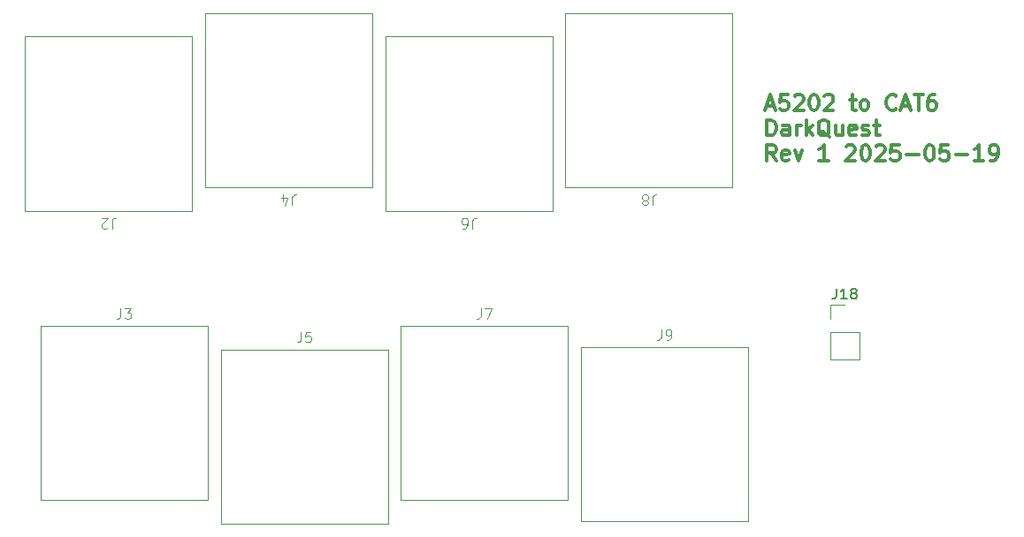
<source format=gbr>
%TF.GenerationSoftware,KiCad,Pcbnew,9.0.2*%
%TF.CreationDate,2025-06-11T08:11:14-04:00*%
%TF.ProjectId,DarkQuest_A5202_Adapter,4461726b-5175-4657-9374-5f4135323032,1*%
%TF.SameCoordinates,Original*%
%TF.FileFunction,Legend,Top*%
%TF.FilePolarity,Positive*%
%FSLAX46Y46*%
G04 Gerber Fmt 4.6, Leading zero omitted, Abs format (unit mm)*
G04 Created by KiCad (PCBNEW 9.0.2) date 2025-06-11 08:11:14*
%MOMM*%
%LPD*%
G01*
G04 APERTURE LIST*
%ADD10C,0.300000*%
%ADD11C,0.100000*%
%ADD12C,0.150000*%
%ADD13C,0.120000*%
G04 APERTURE END LIST*
D10*
X132233082Y-68542425D02*
X132947368Y-68542425D01*
X132090225Y-68970996D02*
X132590225Y-67470996D01*
X132590225Y-67470996D02*
X133090225Y-68970996D01*
X134304510Y-67470996D02*
X133590224Y-67470996D01*
X133590224Y-67470996D02*
X133518796Y-68185282D01*
X133518796Y-68185282D02*
X133590224Y-68113853D01*
X133590224Y-68113853D02*
X133733082Y-68042425D01*
X133733082Y-68042425D02*
X134090224Y-68042425D01*
X134090224Y-68042425D02*
X134233082Y-68113853D01*
X134233082Y-68113853D02*
X134304510Y-68185282D01*
X134304510Y-68185282D02*
X134375939Y-68328139D01*
X134375939Y-68328139D02*
X134375939Y-68685282D01*
X134375939Y-68685282D02*
X134304510Y-68828139D01*
X134304510Y-68828139D02*
X134233082Y-68899568D01*
X134233082Y-68899568D02*
X134090224Y-68970996D01*
X134090224Y-68970996D02*
X133733082Y-68970996D01*
X133733082Y-68970996D02*
X133590224Y-68899568D01*
X133590224Y-68899568D02*
X133518796Y-68828139D01*
X134947367Y-67613853D02*
X135018795Y-67542425D01*
X135018795Y-67542425D02*
X135161653Y-67470996D01*
X135161653Y-67470996D02*
X135518795Y-67470996D01*
X135518795Y-67470996D02*
X135661653Y-67542425D01*
X135661653Y-67542425D02*
X135733081Y-67613853D01*
X135733081Y-67613853D02*
X135804510Y-67756710D01*
X135804510Y-67756710D02*
X135804510Y-67899568D01*
X135804510Y-67899568D02*
X135733081Y-68113853D01*
X135733081Y-68113853D02*
X134875938Y-68970996D01*
X134875938Y-68970996D02*
X135804510Y-68970996D01*
X136733081Y-67470996D02*
X136875938Y-67470996D01*
X136875938Y-67470996D02*
X137018795Y-67542425D01*
X137018795Y-67542425D02*
X137090224Y-67613853D01*
X137090224Y-67613853D02*
X137161652Y-67756710D01*
X137161652Y-67756710D02*
X137233081Y-68042425D01*
X137233081Y-68042425D02*
X137233081Y-68399568D01*
X137233081Y-68399568D02*
X137161652Y-68685282D01*
X137161652Y-68685282D02*
X137090224Y-68828139D01*
X137090224Y-68828139D02*
X137018795Y-68899568D01*
X137018795Y-68899568D02*
X136875938Y-68970996D01*
X136875938Y-68970996D02*
X136733081Y-68970996D01*
X136733081Y-68970996D02*
X136590224Y-68899568D01*
X136590224Y-68899568D02*
X136518795Y-68828139D01*
X136518795Y-68828139D02*
X136447366Y-68685282D01*
X136447366Y-68685282D02*
X136375938Y-68399568D01*
X136375938Y-68399568D02*
X136375938Y-68042425D01*
X136375938Y-68042425D02*
X136447366Y-67756710D01*
X136447366Y-67756710D02*
X136518795Y-67613853D01*
X136518795Y-67613853D02*
X136590224Y-67542425D01*
X136590224Y-67542425D02*
X136733081Y-67470996D01*
X137804509Y-67613853D02*
X137875937Y-67542425D01*
X137875937Y-67542425D02*
X138018795Y-67470996D01*
X138018795Y-67470996D02*
X138375937Y-67470996D01*
X138375937Y-67470996D02*
X138518795Y-67542425D01*
X138518795Y-67542425D02*
X138590223Y-67613853D01*
X138590223Y-67613853D02*
X138661652Y-67756710D01*
X138661652Y-67756710D02*
X138661652Y-67899568D01*
X138661652Y-67899568D02*
X138590223Y-68113853D01*
X138590223Y-68113853D02*
X137733080Y-68970996D01*
X137733080Y-68970996D02*
X138661652Y-68970996D01*
X140233080Y-67970996D02*
X140804508Y-67970996D01*
X140447365Y-67470996D02*
X140447365Y-68756710D01*
X140447365Y-68756710D02*
X140518794Y-68899568D01*
X140518794Y-68899568D02*
X140661651Y-68970996D01*
X140661651Y-68970996D02*
X140804508Y-68970996D01*
X141518794Y-68970996D02*
X141375937Y-68899568D01*
X141375937Y-68899568D02*
X141304508Y-68828139D01*
X141304508Y-68828139D02*
X141233080Y-68685282D01*
X141233080Y-68685282D02*
X141233080Y-68256710D01*
X141233080Y-68256710D02*
X141304508Y-68113853D01*
X141304508Y-68113853D02*
X141375937Y-68042425D01*
X141375937Y-68042425D02*
X141518794Y-67970996D01*
X141518794Y-67970996D02*
X141733080Y-67970996D01*
X141733080Y-67970996D02*
X141875937Y-68042425D01*
X141875937Y-68042425D02*
X141947366Y-68113853D01*
X141947366Y-68113853D02*
X142018794Y-68256710D01*
X142018794Y-68256710D02*
X142018794Y-68685282D01*
X142018794Y-68685282D02*
X141947366Y-68828139D01*
X141947366Y-68828139D02*
X141875937Y-68899568D01*
X141875937Y-68899568D02*
X141733080Y-68970996D01*
X141733080Y-68970996D02*
X141518794Y-68970996D01*
X144661651Y-68828139D02*
X144590223Y-68899568D01*
X144590223Y-68899568D02*
X144375937Y-68970996D01*
X144375937Y-68970996D02*
X144233080Y-68970996D01*
X144233080Y-68970996D02*
X144018794Y-68899568D01*
X144018794Y-68899568D02*
X143875937Y-68756710D01*
X143875937Y-68756710D02*
X143804508Y-68613853D01*
X143804508Y-68613853D02*
X143733080Y-68328139D01*
X143733080Y-68328139D02*
X143733080Y-68113853D01*
X143733080Y-68113853D02*
X143804508Y-67828139D01*
X143804508Y-67828139D02*
X143875937Y-67685282D01*
X143875937Y-67685282D02*
X144018794Y-67542425D01*
X144018794Y-67542425D02*
X144233080Y-67470996D01*
X144233080Y-67470996D02*
X144375937Y-67470996D01*
X144375937Y-67470996D02*
X144590223Y-67542425D01*
X144590223Y-67542425D02*
X144661651Y-67613853D01*
X145233080Y-68542425D02*
X145947366Y-68542425D01*
X145090223Y-68970996D02*
X145590223Y-67470996D01*
X145590223Y-67470996D02*
X146090223Y-68970996D01*
X146375937Y-67470996D02*
X147233080Y-67470996D01*
X146804508Y-68970996D02*
X146804508Y-67470996D01*
X148375937Y-67470996D02*
X148090222Y-67470996D01*
X148090222Y-67470996D02*
X147947365Y-67542425D01*
X147947365Y-67542425D02*
X147875937Y-67613853D01*
X147875937Y-67613853D02*
X147733079Y-67828139D01*
X147733079Y-67828139D02*
X147661651Y-68113853D01*
X147661651Y-68113853D02*
X147661651Y-68685282D01*
X147661651Y-68685282D02*
X147733079Y-68828139D01*
X147733079Y-68828139D02*
X147804508Y-68899568D01*
X147804508Y-68899568D02*
X147947365Y-68970996D01*
X147947365Y-68970996D02*
X148233079Y-68970996D01*
X148233079Y-68970996D02*
X148375937Y-68899568D01*
X148375937Y-68899568D02*
X148447365Y-68828139D01*
X148447365Y-68828139D02*
X148518794Y-68685282D01*
X148518794Y-68685282D02*
X148518794Y-68328139D01*
X148518794Y-68328139D02*
X148447365Y-68185282D01*
X148447365Y-68185282D02*
X148375937Y-68113853D01*
X148375937Y-68113853D02*
X148233079Y-68042425D01*
X148233079Y-68042425D02*
X147947365Y-68042425D01*
X147947365Y-68042425D02*
X147804508Y-68113853D01*
X147804508Y-68113853D02*
X147733079Y-68185282D01*
X147733079Y-68185282D02*
X147661651Y-68328139D01*
X132304510Y-71385912D02*
X132304510Y-69885912D01*
X132304510Y-69885912D02*
X132661653Y-69885912D01*
X132661653Y-69885912D02*
X132875939Y-69957341D01*
X132875939Y-69957341D02*
X133018796Y-70100198D01*
X133018796Y-70100198D02*
X133090225Y-70243055D01*
X133090225Y-70243055D02*
X133161653Y-70528769D01*
X133161653Y-70528769D02*
X133161653Y-70743055D01*
X133161653Y-70743055D02*
X133090225Y-71028769D01*
X133090225Y-71028769D02*
X133018796Y-71171626D01*
X133018796Y-71171626D02*
X132875939Y-71314484D01*
X132875939Y-71314484D02*
X132661653Y-71385912D01*
X132661653Y-71385912D02*
X132304510Y-71385912D01*
X134447368Y-71385912D02*
X134447368Y-70600198D01*
X134447368Y-70600198D02*
X134375939Y-70457341D01*
X134375939Y-70457341D02*
X134233082Y-70385912D01*
X134233082Y-70385912D02*
X133947368Y-70385912D01*
X133947368Y-70385912D02*
X133804510Y-70457341D01*
X134447368Y-71314484D02*
X134304510Y-71385912D01*
X134304510Y-71385912D02*
X133947368Y-71385912D01*
X133947368Y-71385912D02*
X133804510Y-71314484D01*
X133804510Y-71314484D02*
X133733082Y-71171626D01*
X133733082Y-71171626D02*
X133733082Y-71028769D01*
X133733082Y-71028769D02*
X133804510Y-70885912D01*
X133804510Y-70885912D02*
X133947368Y-70814484D01*
X133947368Y-70814484D02*
X134304510Y-70814484D01*
X134304510Y-70814484D02*
X134447368Y-70743055D01*
X135161653Y-71385912D02*
X135161653Y-70385912D01*
X135161653Y-70671626D02*
X135233082Y-70528769D01*
X135233082Y-70528769D02*
X135304511Y-70457341D01*
X135304511Y-70457341D02*
X135447368Y-70385912D01*
X135447368Y-70385912D02*
X135590225Y-70385912D01*
X136090224Y-71385912D02*
X136090224Y-69885912D01*
X136233082Y-70814484D02*
X136661653Y-71385912D01*
X136661653Y-70385912D02*
X136090224Y-70957341D01*
X138304510Y-71528769D02*
X138161653Y-71457341D01*
X138161653Y-71457341D02*
X138018796Y-71314484D01*
X138018796Y-71314484D02*
X137804510Y-71100198D01*
X137804510Y-71100198D02*
X137661653Y-71028769D01*
X137661653Y-71028769D02*
X137518796Y-71028769D01*
X137590225Y-71385912D02*
X137447368Y-71314484D01*
X137447368Y-71314484D02*
X137304510Y-71171626D01*
X137304510Y-71171626D02*
X137233082Y-70885912D01*
X137233082Y-70885912D02*
X137233082Y-70385912D01*
X137233082Y-70385912D02*
X137304510Y-70100198D01*
X137304510Y-70100198D02*
X137447368Y-69957341D01*
X137447368Y-69957341D02*
X137590225Y-69885912D01*
X137590225Y-69885912D02*
X137875939Y-69885912D01*
X137875939Y-69885912D02*
X138018796Y-69957341D01*
X138018796Y-69957341D02*
X138161653Y-70100198D01*
X138161653Y-70100198D02*
X138233082Y-70385912D01*
X138233082Y-70385912D02*
X138233082Y-70885912D01*
X138233082Y-70885912D02*
X138161653Y-71171626D01*
X138161653Y-71171626D02*
X138018796Y-71314484D01*
X138018796Y-71314484D02*
X137875939Y-71385912D01*
X137875939Y-71385912D02*
X137590225Y-71385912D01*
X139518797Y-70385912D02*
X139518797Y-71385912D01*
X138875939Y-70385912D02*
X138875939Y-71171626D01*
X138875939Y-71171626D02*
X138947368Y-71314484D01*
X138947368Y-71314484D02*
X139090225Y-71385912D01*
X139090225Y-71385912D02*
X139304511Y-71385912D01*
X139304511Y-71385912D02*
X139447368Y-71314484D01*
X139447368Y-71314484D02*
X139518797Y-71243055D01*
X140804511Y-71314484D02*
X140661654Y-71385912D01*
X140661654Y-71385912D02*
X140375940Y-71385912D01*
X140375940Y-71385912D02*
X140233082Y-71314484D01*
X140233082Y-71314484D02*
X140161654Y-71171626D01*
X140161654Y-71171626D02*
X140161654Y-70600198D01*
X140161654Y-70600198D02*
X140233082Y-70457341D01*
X140233082Y-70457341D02*
X140375940Y-70385912D01*
X140375940Y-70385912D02*
X140661654Y-70385912D01*
X140661654Y-70385912D02*
X140804511Y-70457341D01*
X140804511Y-70457341D02*
X140875940Y-70600198D01*
X140875940Y-70600198D02*
X140875940Y-70743055D01*
X140875940Y-70743055D02*
X140161654Y-70885912D01*
X141447368Y-71314484D02*
X141590225Y-71385912D01*
X141590225Y-71385912D02*
X141875939Y-71385912D01*
X141875939Y-71385912D02*
X142018796Y-71314484D01*
X142018796Y-71314484D02*
X142090225Y-71171626D01*
X142090225Y-71171626D02*
X142090225Y-71100198D01*
X142090225Y-71100198D02*
X142018796Y-70957341D01*
X142018796Y-70957341D02*
X141875939Y-70885912D01*
X141875939Y-70885912D02*
X141661654Y-70885912D01*
X141661654Y-70885912D02*
X141518796Y-70814484D01*
X141518796Y-70814484D02*
X141447368Y-70671626D01*
X141447368Y-70671626D02*
X141447368Y-70600198D01*
X141447368Y-70600198D02*
X141518796Y-70457341D01*
X141518796Y-70457341D02*
X141661654Y-70385912D01*
X141661654Y-70385912D02*
X141875939Y-70385912D01*
X141875939Y-70385912D02*
X142018796Y-70457341D01*
X142518797Y-70385912D02*
X143090225Y-70385912D01*
X142733082Y-69885912D02*
X142733082Y-71171626D01*
X142733082Y-71171626D02*
X142804511Y-71314484D01*
X142804511Y-71314484D02*
X142947368Y-71385912D01*
X142947368Y-71385912D02*
X143090225Y-71385912D01*
X133161653Y-73800828D02*
X132661653Y-73086542D01*
X132304510Y-73800828D02*
X132304510Y-72300828D01*
X132304510Y-72300828D02*
X132875939Y-72300828D01*
X132875939Y-72300828D02*
X133018796Y-72372257D01*
X133018796Y-72372257D02*
X133090225Y-72443685D01*
X133090225Y-72443685D02*
X133161653Y-72586542D01*
X133161653Y-72586542D02*
X133161653Y-72800828D01*
X133161653Y-72800828D02*
X133090225Y-72943685D01*
X133090225Y-72943685D02*
X133018796Y-73015114D01*
X133018796Y-73015114D02*
X132875939Y-73086542D01*
X132875939Y-73086542D02*
X132304510Y-73086542D01*
X134375939Y-73729400D02*
X134233082Y-73800828D01*
X134233082Y-73800828D02*
X133947368Y-73800828D01*
X133947368Y-73800828D02*
X133804510Y-73729400D01*
X133804510Y-73729400D02*
X133733082Y-73586542D01*
X133733082Y-73586542D02*
X133733082Y-73015114D01*
X133733082Y-73015114D02*
X133804510Y-72872257D01*
X133804510Y-72872257D02*
X133947368Y-72800828D01*
X133947368Y-72800828D02*
X134233082Y-72800828D01*
X134233082Y-72800828D02*
X134375939Y-72872257D01*
X134375939Y-72872257D02*
X134447368Y-73015114D01*
X134447368Y-73015114D02*
X134447368Y-73157971D01*
X134447368Y-73157971D02*
X133733082Y-73300828D01*
X134947367Y-72800828D02*
X135304510Y-73800828D01*
X135304510Y-73800828D02*
X135661653Y-72800828D01*
X138161653Y-73800828D02*
X137304510Y-73800828D01*
X137733081Y-73800828D02*
X137733081Y-72300828D01*
X137733081Y-72300828D02*
X137590224Y-72515114D01*
X137590224Y-72515114D02*
X137447367Y-72657971D01*
X137447367Y-72657971D02*
X137304510Y-72729400D01*
X139875938Y-72443685D02*
X139947366Y-72372257D01*
X139947366Y-72372257D02*
X140090224Y-72300828D01*
X140090224Y-72300828D02*
X140447366Y-72300828D01*
X140447366Y-72300828D02*
X140590224Y-72372257D01*
X140590224Y-72372257D02*
X140661652Y-72443685D01*
X140661652Y-72443685D02*
X140733081Y-72586542D01*
X140733081Y-72586542D02*
X140733081Y-72729400D01*
X140733081Y-72729400D02*
X140661652Y-72943685D01*
X140661652Y-72943685D02*
X139804509Y-73800828D01*
X139804509Y-73800828D02*
X140733081Y-73800828D01*
X141661652Y-72300828D02*
X141804509Y-72300828D01*
X141804509Y-72300828D02*
X141947366Y-72372257D01*
X141947366Y-72372257D02*
X142018795Y-72443685D01*
X142018795Y-72443685D02*
X142090223Y-72586542D01*
X142090223Y-72586542D02*
X142161652Y-72872257D01*
X142161652Y-72872257D02*
X142161652Y-73229400D01*
X142161652Y-73229400D02*
X142090223Y-73515114D01*
X142090223Y-73515114D02*
X142018795Y-73657971D01*
X142018795Y-73657971D02*
X141947366Y-73729400D01*
X141947366Y-73729400D02*
X141804509Y-73800828D01*
X141804509Y-73800828D02*
X141661652Y-73800828D01*
X141661652Y-73800828D02*
X141518795Y-73729400D01*
X141518795Y-73729400D02*
X141447366Y-73657971D01*
X141447366Y-73657971D02*
X141375937Y-73515114D01*
X141375937Y-73515114D02*
X141304509Y-73229400D01*
X141304509Y-73229400D02*
X141304509Y-72872257D01*
X141304509Y-72872257D02*
X141375937Y-72586542D01*
X141375937Y-72586542D02*
X141447366Y-72443685D01*
X141447366Y-72443685D02*
X141518795Y-72372257D01*
X141518795Y-72372257D02*
X141661652Y-72300828D01*
X142733080Y-72443685D02*
X142804508Y-72372257D01*
X142804508Y-72372257D02*
X142947366Y-72300828D01*
X142947366Y-72300828D02*
X143304508Y-72300828D01*
X143304508Y-72300828D02*
X143447366Y-72372257D01*
X143447366Y-72372257D02*
X143518794Y-72443685D01*
X143518794Y-72443685D02*
X143590223Y-72586542D01*
X143590223Y-72586542D02*
X143590223Y-72729400D01*
X143590223Y-72729400D02*
X143518794Y-72943685D01*
X143518794Y-72943685D02*
X142661651Y-73800828D01*
X142661651Y-73800828D02*
X143590223Y-73800828D01*
X144947365Y-72300828D02*
X144233079Y-72300828D01*
X144233079Y-72300828D02*
X144161651Y-73015114D01*
X144161651Y-73015114D02*
X144233079Y-72943685D01*
X144233079Y-72943685D02*
X144375937Y-72872257D01*
X144375937Y-72872257D02*
X144733079Y-72872257D01*
X144733079Y-72872257D02*
X144875937Y-72943685D01*
X144875937Y-72943685D02*
X144947365Y-73015114D01*
X144947365Y-73015114D02*
X145018794Y-73157971D01*
X145018794Y-73157971D02*
X145018794Y-73515114D01*
X145018794Y-73515114D02*
X144947365Y-73657971D01*
X144947365Y-73657971D02*
X144875937Y-73729400D01*
X144875937Y-73729400D02*
X144733079Y-73800828D01*
X144733079Y-73800828D02*
X144375937Y-73800828D01*
X144375937Y-73800828D02*
X144233079Y-73729400D01*
X144233079Y-73729400D02*
X144161651Y-73657971D01*
X145661650Y-73229400D02*
X146804508Y-73229400D01*
X147804508Y-72300828D02*
X147947365Y-72300828D01*
X147947365Y-72300828D02*
X148090222Y-72372257D01*
X148090222Y-72372257D02*
X148161651Y-72443685D01*
X148161651Y-72443685D02*
X148233079Y-72586542D01*
X148233079Y-72586542D02*
X148304508Y-72872257D01*
X148304508Y-72872257D02*
X148304508Y-73229400D01*
X148304508Y-73229400D02*
X148233079Y-73515114D01*
X148233079Y-73515114D02*
X148161651Y-73657971D01*
X148161651Y-73657971D02*
X148090222Y-73729400D01*
X148090222Y-73729400D02*
X147947365Y-73800828D01*
X147947365Y-73800828D02*
X147804508Y-73800828D01*
X147804508Y-73800828D02*
X147661651Y-73729400D01*
X147661651Y-73729400D02*
X147590222Y-73657971D01*
X147590222Y-73657971D02*
X147518793Y-73515114D01*
X147518793Y-73515114D02*
X147447365Y-73229400D01*
X147447365Y-73229400D02*
X147447365Y-72872257D01*
X147447365Y-72872257D02*
X147518793Y-72586542D01*
X147518793Y-72586542D02*
X147590222Y-72443685D01*
X147590222Y-72443685D02*
X147661651Y-72372257D01*
X147661651Y-72372257D02*
X147804508Y-72300828D01*
X149661650Y-72300828D02*
X148947364Y-72300828D01*
X148947364Y-72300828D02*
X148875936Y-73015114D01*
X148875936Y-73015114D02*
X148947364Y-72943685D01*
X148947364Y-72943685D02*
X149090222Y-72872257D01*
X149090222Y-72872257D02*
X149447364Y-72872257D01*
X149447364Y-72872257D02*
X149590222Y-72943685D01*
X149590222Y-72943685D02*
X149661650Y-73015114D01*
X149661650Y-73015114D02*
X149733079Y-73157971D01*
X149733079Y-73157971D02*
X149733079Y-73515114D01*
X149733079Y-73515114D02*
X149661650Y-73657971D01*
X149661650Y-73657971D02*
X149590222Y-73729400D01*
X149590222Y-73729400D02*
X149447364Y-73800828D01*
X149447364Y-73800828D02*
X149090222Y-73800828D01*
X149090222Y-73800828D02*
X148947364Y-73729400D01*
X148947364Y-73729400D02*
X148875936Y-73657971D01*
X150375935Y-73229400D02*
X151518793Y-73229400D01*
X153018793Y-73800828D02*
X152161650Y-73800828D01*
X152590221Y-73800828D02*
X152590221Y-72300828D01*
X152590221Y-72300828D02*
X152447364Y-72515114D01*
X152447364Y-72515114D02*
X152304507Y-72657971D01*
X152304507Y-72657971D02*
X152161650Y-72729400D01*
X153733078Y-73800828D02*
X154018792Y-73800828D01*
X154018792Y-73800828D02*
X154161649Y-73729400D01*
X154161649Y-73729400D02*
X154233078Y-73657971D01*
X154233078Y-73657971D02*
X154375935Y-73443685D01*
X154375935Y-73443685D02*
X154447364Y-73157971D01*
X154447364Y-73157971D02*
X154447364Y-72586542D01*
X154447364Y-72586542D02*
X154375935Y-72443685D01*
X154375935Y-72443685D02*
X154304507Y-72372257D01*
X154304507Y-72372257D02*
X154161649Y-72300828D01*
X154161649Y-72300828D02*
X153875935Y-72300828D01*
X153875935Y-72300828D02*
X153733078Y-72372257D01*
X153733078Y-72372257D02*
X153661649Y-72443685D01*
X153661649Y-72443685D02*
X153590221Y-72586542D01*
X153590221Y-72586542D02*
X153590221Y-72943685D01*
X153590221Y-72943685D02*
X153661649Y-73086542D01*
X153661649Y-73086542D02*
X153733078Y-73157971D01*
X153733078Y-73157971D02*
X153875935Y-73229400D01*
X153875935Y-73229400D02*
X154161649Y-73229400D01*
X154161649Y-73229400D02*
X154304507Y-73157971D01*
X154304507Y-73157971D02*
X154375935Y-73086542D01*
X154375935Y-73086542D02*
X154447364Y-72943685D01*
D11*
X69583333Y-80292580D02*
X69583333Y-79578295D01*
X69583333Y-79578295D02*
X69630952Y-79435438D01*
X69630952Y-79435438D02*
X69726190Y-79340200D01*
X69726190Y-79340200D02*
X69869047Y-79292580D01*
X69869047Y-79292580D02*
X69964285Y-79292580D01*
X69154761Y-80197342D02*
X69107142Y-80244961D01*
X69107142Y-80244961D02*
X69011904Y-80292580D01*
X69011904Y-80292580D02*
X68773809Y-80292580D01*
X68773809Y-80292580D02*
X68678571Y-80244961D01*
X68678571Y-80244961D02*
X68630952Y-80197342D01*
X68630952Y-80197342D02*
X68583333Y-80102104D01*
X68583333Y-80102104D02*
X68583333Y-80006866D01*
X68583333Y-80006866D02*
X68630952Y-79864009D01*
X68630952Y-79864009D02*
X69202380Y-79292580D01*
X69202380Y-79292580D02*
X68583333Y-79292580D01*
X121333333Y-78042580D02*
X121333333Y-77328295D01*
X121333333Y-77328295D02*
X121380952Y-77185438D01*
X121380952Y-77185438D02*
X121476190Y-77090200D01*
X121476190Y-77090200D02*
X121619047Y-77042580D01*
X121619047Y-77042580D02*
X121714285Y-77042580D01*
X120714285Y-77614009D02*
X120809523Y-77661628D01*
X120809523Y-77661628D02*
X120857142Y-77709247D01*
X120857142Y-77709247D02*
X120904761Y-77804485D01*
X120904761Y-77804485D02*
X120904761Y-77852104D01*
X120904761Y-77852104D02*
X120857142Y-77947342D01*
X120857142Y-77947342D02*
X120809523Y-77994961D01*
X120809523Y-77994961D02*
X120714285Y-78042580D01*
X120714285Y-78042580D02*
X120523809Y-78042580D01*
X120523809Y-78042580D02*
X120428571Y-77994961D01*
X120428571Y-77994961D02*
X120380952Y-77947342D01*
X120380952Y-77947342D02*
X120333333Y-77852104D01*
X120333333Y-77852104D02*
X120333333Y-77804485D01*
X120333333Y-77804485D02*
X120380952Y-77709247D01*
X120380952Y-77709247D02*
X120428571Y-77661628D01*
X120428571Y-77661628D02*
X120523809Y-77614009D01*
X120523809Y-77614009D02*
X120714285Y-77614009D01*
X120714285Y-77614009D02*
X120809523Y-77566390D01*
X120809523Y-77566390D02*
X120857142Y-77518771D01*
X120857142Y-77518771D02*
X120904761Y-77423533D01*
X120904761Y-77423533D02*
X120904761Y-77233057D01*
X120904761Y-77233057D02*
X120857142Y-77137819D01*
X120857142Y-77137819D02*
X120809523Y-77090200D01*
X120809523Y-77090200D02*
X120714285Y-77042580D01*
X120714285Y-77042580D02*
X120523809Y-77042580D01*
X120523809Y-77042580D02*
X120428571Y-77090200D01*
X120428571Y-77090200D02*
X120380952Y-77137819D01*
X120380952Y-77137819D02*
X120333333Y-77233057D01*
X120333333Y-77233057D02*
X120333333Y-77423533D01*
X120333333Y-77423533D02*
X120380952Y-77518771D01*
X120380952Y-77518771D02*
X120428571Y-77566390D01*
X120428571Y-77566390D02*
X120523809Y-77614009D01*
X70416666Y-87957419D02*
X70416666Y-88671704D01*
X70416666Y-88671704D02*
X70369047Y-88814561D01*
X70369047Y-88814561D02*
X70273809Y-88909800D01*
X70273809Y-88909800D02*
X70130952Y-88957419D01*
X70130952Y-88957419D02*
X70035714Y-88957419D01*
X70797619Y-87957419D02*
X71416666Y-87957419D01*
X71416666Y-87957419D02*
X71083333Y-88338371D01*
X71083333Y-88338371D02*
X71226190Y-88338371D01*
X71226190Y-88338371D02*
X71321428Y-88385990D01*
X71321428Y-88385990D02*
X71369047Y-88433609D01*
X71369047Y-88433609D02*
X71416666Y-88528847D01*
X71416666Y-88528847D02*
X71416666Y-88766942D01*
X71416666Y-88766942D02*
X71369047Y-88862180D01*
X71369047Y-88862180D02*
X71321428Y-88909800D01*
X71321428Y-88909800D02*
X71226190Y-88957419D01*
X71226190Y-88957419D02*
X70940476Y-88957419D01*
X70940476Y-88957419D02*
X70845238Y-88909800D01*
X70845238Y-88909800D02*
X70797619Y-88862180D01*
X87666666Y-90207419D02*
X87666666Y-90921704D01*
X87666666Y-90921704D02*
X87619047Y-91064561D01*
X87619047Y-91064561D02*
X87523809Y-91159800D01*
X87523809Y-91159800D02*
X87380952Y-91207419D01*
X87380952Y-91207419D02*
X87285714Y-91207419D01*
X88619047Y-90207419D02*
X88142857Y-90207419D01*
X88142857Y-90207419D02*
X88095238Y-90683609D01*
X88095238Y-90683609D02*
X88142857Y-90635990D01*
X88142857Y-90635990D02*
X88238095Y-90588371D01*
X88238095Y-90588371D02*
X88476190Y-90588371D01*
X88476190Y-90588371D02*
X88571428Y-90635990D01*
X88571428Y-90635990D02*
X88619047Y-90683609D01*
X88619047Y-90683609D02*
X88666666Y-90778847D01*
X88666666Y-90778847D02*
X88666666Y-91016942D01*
X88666666Y-91016942D02*
X88619047Y-91112180D01*
X88619047Y-91112180D02*
X88571428Y-91159800D01*
X88571428Y-91159800D02*
X88476190Y-91207419D01*
X88476190Y-91207419D02*
X88238095Y-91207419D01*
X88238095Y-91207419D02*
X88142857Y-91159800D01*
X88142857Y-91159800D02*
X88095238Y-91112180D01*
X104083333Y-80292580D02*
X104083333Y-79578295D01*
X104083333Y-79578295D02*
X104130952Y-79435438D01*
X104130952Y-79435438D02*
X104226190Y-79340200D01*
X104226190Y-79340200D02*
X104369047Y-79292580D01*
X104369047Y-79292580D02*
X104464285Y-79292580D01*
X103178571Y-80292580D02*
X103369047Y-80292580D01*
X103369047Y-80292580D02*
X103464285Y-80244961D01*
X103464285Y-80244961D02*
X103511904Y-80197342D01*
X103511904Y-80197342D02*
X103607142Y-80054485D01*
X103607142Y-80054485D02*
X103654761Y-79864009D01*
X103654761Y-79864009D02*
X103654761Y-79483057D01*
X103654761Y-79483057D02*
X103607142Y-79387819D01*
X103607142Y-79387819D02*
X103559523Y-79340200D01*
X103559523Y-79340200D02*
X103464285Y-79292580D01*
X103464285Y-79292580D02*
X103273809Y-79292580D01*
X103273809Y-79292580D02*
X103178571Y-79340200D01*
X103178571Y-79340200D02*
X103130952Y-79387819D01*
X103130952Y-79387819D02*
X103083333Y-79483057D01*
X103083333Y-79483057D02*
X103083333Y-79721152D01*
X103083333Y-79721152D02*
X103130952Y-79816390D01*
X103130952Y-79816390D02*
X103178571Y-79864009D01*
X103178571Y-79864009D02*
X103273809Y-79911628D01*
X103273809Y-79911628D02*
X103464285Y-79911628D01*
X103464285Y-79911628D02*
X103559523Y-79864009D01*
X103559523Y-79864009D02*
X103607142Y-79816390D01*
X103607142Y-79816390D02*
X103654761Y-79721152D01*
D12*
X138940476Y-86049819D02*
X138940476Y-86764104D01*
X138940476Y-86764104D02*
X138892857Y-86906961D01*
X138892857Y-86906961D02*
X138797619Y-87002200D01*
X138797619Y-87002200D02*
X138654762Y-87049819D01*
X138654762Y-87049819D02*
X138559524Y-87049819D01*
X139940476Y-87049819D02*
X139369048Y-87049819D01*
X139654762Y-87049819D02*
X139654762Y-86049819D01*
X139654762Y-86049819D02*
X139559524Y-86192676D01*
X139559524Y-86192676D02*
X139464286Y-86287914D01*
X139464286Y-86287914D02*
X139369048Y-86335533D01*
X140511905Y-86478390D02*
X140416667Y-86430771D01*
X140416667Y-86430771D02*
X140369048Y-86383152D01*
X140369048Y-86383152D02*
X140321429Y-86287914D01*
X140321429Y-86287914D02*
X140321429Y-86240295D01*
X140321429Y-86240295D02*
X140369048Y-86145057D01*
X140369048Y-86145057D02*
X140416667Y-86097438D01*
X140416667Y-86097438D02*
X140511905Y-86049819D01*
X140511905Y-86049819D02*
X140702381Y-86049819D01*
X140702381Y-86049819D02*
X140797619Y-86097438D01*
X140797619Y-86097438D02*
X140845238Y-86145057D01*
X140845238Y-86145057D02*
X140892857Y-86240295D01*
X140892857Y-86240295D02*
X140892857Y-86287914D01*
X140892857Y-86287914D02*
X140845238Y-86383152D01*
X140845238Y-86383152D02*
X140797619Y-86430771D01*
X140797619Y-86430771D02*
X140702381Y-86478390D01*
X140702381Y-86478390D02*
X140511905Y-86478390D01*
X140511905Y-86478390D02*
X140416667Y-86526009D01*
X140416667Y-86526009D02*
X140369048Y-86573628D01*
X140369048Y-86573628D02*
X140321429Y-86668866D01*
X140321429Y-86668866D02*
X140321429Y-86859342D01*
X140321429Y-86859342D02*
X140369048Y-86954580D01*
X140369048Y-86954580D02*
X140416667Y-87002200D01*
X140416667Y-87002200D02*
X140511905Y-87049819D01*
X140511905Y-87049819D02*
X140702381Y-87049819D01*
X140702381Y-87049819D02*
X140797619Y-87002200D01*
X140797619Y-87002200D02*
X140845238Y-86954580D01*
X140845238Y-86954580D02*
X140892857Y-86859342D01*
X140892857Y-86859342D02*
X140892857Y-86668866D01*
X140892857Y-86668866D02*
X140845238Y-86573628D01*
X140845238Y-86573628D02*
X140797619Y-86526009D01*
X140797619Y-86526009D02*
X140702381Y-86478390D01*
D11*
X86833333Y-78042580D02*
X86833333Y-77328295D01*
X86833333Y-77328295D02*
X86880952Y-77185438D01*
X86880952Y-77185438D02*
X86976190Y-77090200D01*
X86976190Y-77090200D02*
X87119047Y-77042580D01*
X87119047Y-77042580D02*
X87214285Y-77042580D01*
X85928571Y-77709247D02*
X85928571Y-77042580D01*
X86166666Y-78090200D02*
X86404761Y-77375914D01*
X86404761Y-77375914D02*
X85785714Y-77375914D01*
X122166666Y-89957419D02*
X122166666Y-90671704D01*
X122166666Y-90671704D02*
X122119047Y-90814561D01*
X122119047Y-90814561D02*
X122023809Y-90909800D01*
X122023809Y-90909800D02*
X121880952Y-90957419D01*
X121880952Y-90957419D02*
X121785714Y-90957419D01*
X122690476Y-90957419D02*
X122880952Y-90957419D01*
X122880952Y-90957419D02*
X122976190Y-90909800D01*
X122976190Y-90909800D02*
X123023809Y-90862180D01*
X123023809Y-90862180D02*
X123119047Y-90719323D01*
X123119047Y-90719323D02*
X123166666Y-90528847D01*
X123166666Y-90528847D02*
X123166666Y-90147895D01*
X123166666Y-90147895D02*
X123119047Y-90052657D01*
X123119047Y-90052657D02*
X123071428Y-90005038D01*
X123071428Y-90005038D02*
X122976190Y-89957419D01*
X122976190Y-89957419D02*
X122785714Y-89957419D01*
X122785714Y-89957419D02*
X122690476Y-90005038D01*
X122690476Y-90005038D02*
X122642857Y-90052657D01*
X122642857Y-90052657D02*
X122595238Y-90147895D01*
X122595238Y-90147895D02*
X122595238Y-90385990D01*
X122595238Y-90385990D02*
X122642857Y-90481228D01*
X122642857Y-90481228D02*
X122690476Y-90528847D01*
X122690476Y-90528847D02*
X122785714Y-90576466D01*
X122785714Y-90576466D02*
X122976190Y-90576466D01*
X122976190Y-90576466D02*
X123071428Y-90528847D01*
X123071428Y-90528847D02*
X123119047Y-90481228D01*
X123119047Y-90481228D02*
X123166666Y-90385990D01*
X104916666Y-87957419D02*
X104916666Y-88671704D01*
X104916666Y-88671704D02*
X104869047Y-88814561D01*
X104869047Y-88814561D02*
X104773809Y-88909800D01*
X104773809Y-88909800D02*
X104630952Y-88957419D01*
X104630952Y-88957419D02*
X104535714Y-88957419D01*
X105297619Y-87957419D02*
X105964285Y-87957419D01*
X105964285Y-87957419D02*
X105535714Y-88957419D01*
%TO.C,J2*%
X77250000Y-61900000D02*
X61250000Y-61900000D01*
X61250000Y-78600000D01*
X77250000Y-78600000D01*
X77250000Y-61900000D01*
%TO.C,J8*%
X129000000Y-59650000D02*
X113000000Y-59650000D01*
X113000000Y-76350000D01*
X129000000Y-76350000D01*
X129000000Y-59650000D01*
%TO.C,J3*%
X62750000Y-106350000D02*
X78750000Y-106350000D01*
X78750000Y-89650000D01*
X62750000Y-89650000D01*
X62750000Y-106350000D01*
%TO.C,J5*%
X80000000Y-108600000D02*
X96000000Y-108600000D01*
X96000000Y-91900000D01*
X80000000Y-91900000D01*
X80000000Y-108600000D01*
%TO.C,J6*%
X111750000Y-61900000D02*
X95750000Y-61900000D01*
X95750000Y-78600000D01*
X111750000Y-78600000D01*
X111750000Y-61900000D01*
D13*
%TO.C,J18*%
X138370000Y-87595000D02*
X139750000Y-87595000D01*
X138370000Y-88975000D02*
X138370000Y-87595000D01*
X138370000Y-90245000D02*
X138370000Y-92895000D01*
X138370000Y-90245000D02*
X141130000Y-90245000D01*
X138370000Y-92895000D02*
X141130000Y-92895000D01*
X141130000Y-90245000D02*
X141130000Y-92895000D01*
%TO.C,J4*%
D11*
X94500000Y-59650000D02*
X78500000Y-59650000D01*
X78500000Y-76350000D01*
X94500000Y-76350000D01*
X94500000Y-59650000D01*
%TO.C,J9*%
X114500000Y-108350000D02*
X130500000Y-108350000D01*
X130500000Y-91650000D01*
X114500000Y-91650000D01*
X114500000Y-108350000D01*
%TO.C,J7*%
X97250000Y-106350000D02*
X113250000Y-106350000D01*
X113250000Y-89650000D01*
X97250000Y-89650000D01*
X97250000Y-106350000D01*
%TD*%
M02*

</source>
